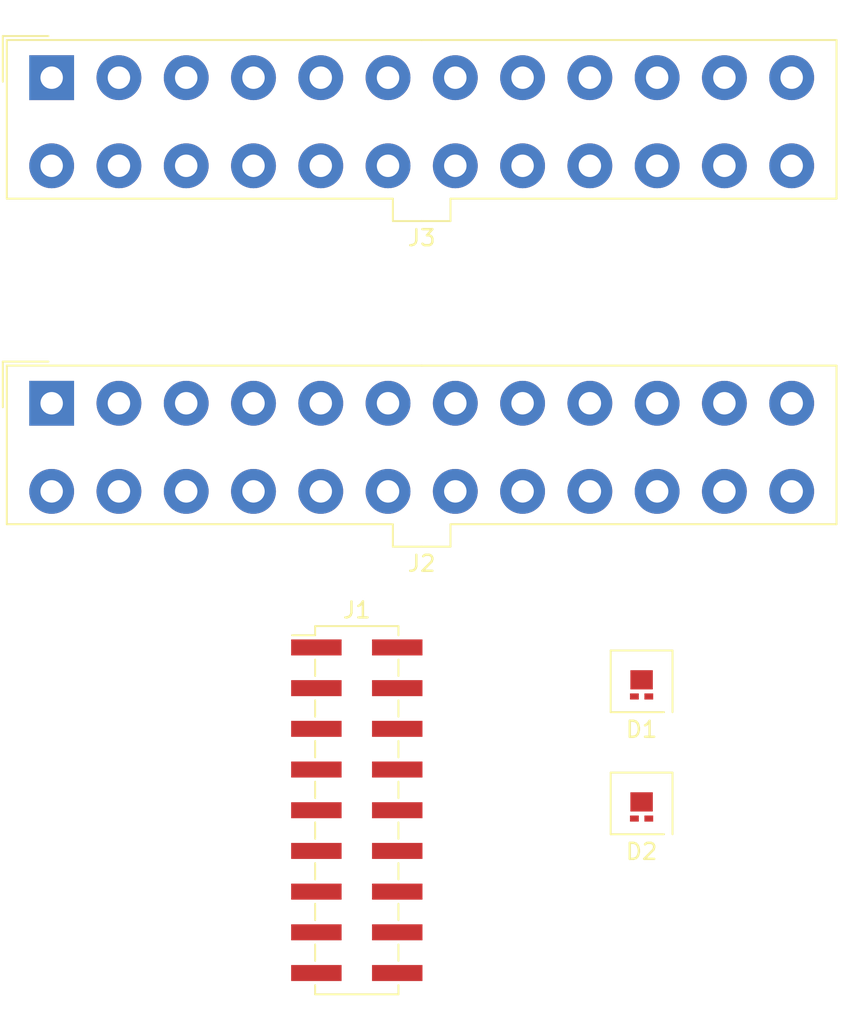
<source format=kicad_pcb>
(kicad_pcb (version 4) (host pcbnew 4.0.7-e0-6372~58~ubuntu16.10.1)

  (general
    (links 9)
    (no_connects 9)
    (area 62.614999 61.065 115.665001 125.325)
    (thickness 1.6)
    (drawings 0)
    (tracks 0)
    (zones 0)
    (modules 5)
    (nets 3)
  )

  (page A4)
  (layers
    (0 F.Cu signal)
    (31 B.Cu signal)
    (32 B.Adhes user)
    (33 F.Adhes user)
    (34 B.Paste user)
    (35 F.Paste user)
    (36 B.SilkS user)
    (37 F.SilkS user)
    (38 B.Mask user)
    (39 F.Mask user)
    (40 Dwgs.User user)
    (41 Cmts.User user)
    (42 Eco1.User user)
    (43 Eco2.User user)
    (44 Edge.Cuts user)
    (45 Margin user)
    (46 B.CrtYd user)
    (47 F.CrtYd user)
    (48 B.Fab user)
    (49 F.Fab user)
  )

  (setup
    (last_trace_width 0.25)
    (trace_clearance 0.2)
    (zone_clearance 0.508)
    (zone_45_only no)
    (trace_min 0.2)
    (segment_width 0.2)
    (edge_width 0.15)
    (via_size 0.6)
    (via_drill 0.4)
    (via_min_size 0.4)
    (via_min_drill 0.3)
    (uvia_size 0.3)
    (uvia_drill 0.1)
    (uvias_allowed no)
    (uvia_min_size 0.2)
    (uvia_min_drill 0.1)
    (pcb_text_width 0.3)
    (pcb_text_size 1.5 1.5)
    (mod_edge_width 0.15)
    (mod_text_size 1 1)
    (mod_text_width 0.15)
    (pad_size 1.524 1.524)
    (pad_drill 0.762)
    (pad_to_mask_clearance 0.2)
    (aux_axis_origin 0 0)
    (visible_elements FFFFFF7F)
    (pcbplotparams
      (layerselection 0x00030_80000001)
      (usegerberextensions false)
      (excludeedgelayer true)
      (linewidth 0.100000)
      (plotframeref false)
      (viasonmask false)
      (mode 1)
      (useauxorigin false)
      (hpglpennumber 1)
      (hpglpenspeed 20)
      (hpglpendiameter 15)
      (hpglpenoverlay 2)
      (psnegative false)
      (psa4output false)
      (plotreference true)
      (plotvalue true)
      (plotinvisibletext false)
      (padsonsilk false)
      (subtractmaskfromsilk false)
      (outputformat 1)
      (mirror false)
      (drillshape 1)
      (scaleselection 1)
      (outputdirectory ""))
  )

  (net 0 "")
  (net 1 "Net-(J1-Pad16)")
  (net 2 GND)

  (net_class Default "This is the default net class."
    (clearance 0.2)
    (trace_width 0.25)
    (via_dia 0.6)
    (via_drill 0.4)
    (uvia_dia 0.3)
    (uvia_drill 0.1)
    (add_net GND)
    (add_net "Net-(J1-Pad16)")
  )

  (module LEDs:LED-L1T2_LUMILEDS (layer F.Cu) (tedit 587A6FAC) (tstamp 5AE5D12C)
    (at 102.87 104.14)
    (descr http://www.lumileds.com/uploads/438/DS133-pdf)
    (tags "LUMILEDS LUXEON TX L1T2 LED")
    (path /5AE41F6A)
    (attr smd)
    (fp_text reference D1 (at 0 2.58) (layer F.SilkS)
      (effects (font (size 1 1) (thickness 0.15)))
    )
    (fp_text value LED (at 0 -3.42) (layer F.Fab)
      (effects (font (size 1 1) (thickness 0.15)))
    )
    (fp_line (start -1.8 -2.2) (end 1.8 -2.2) (layer F.Fab) (width 0.1))
    (fp_line (start -1.8 -2.2) (end -1.8 1.4) (layer F.Fab) (width 0.1))
    (fp_line (start -1.8 1.4) (end 1.8 1.4) (layer F.Fab) (width 0.1))
    (fp_line (start 1.8 1.4) (end 1.8 -2.2) (layer F.Fab) (width 0.1))
    (fp_line (start -2.25 1.83) (end -2.25 -2.67) (layer F.CrtYd) (width 0.05))
    (fp_line (start -2.25 -2.67) (end 2.25 -2.67) (layer F.CrtYd) (width 0.05))
    (fp_line (start 2.25 -2.67) (end 2.25 1.83) (layer F.CrtYd) (width 0.05))
    (fp_line (start 2.25 1.83) (end -2.25 1.83) (layer F.CrtYd) (width 0.05))
    (fp_line (start -1.93 1.5) (end -1.93 -2.35) (layer F.SilkS) (width 0.12))
    (fp_line (start -1.93 -2.35) (end 1.93 -2.35) (layer F.SilkS) (width 0.12))
    (fp_line (start 1.93 -2.35) (end 1.93 1.5) (layer F.SilkS) (width 0.12))
    (fp_line (start 1.4 1.5) (end -1.93 1.5) (layer F.SilkS) (width 0.12))
    (fp_circle (center 0 -0.42) (end 0 -2.07) (layer F.Fab) (width 0.1))
    (pad 1 smd rect (at 0.45 0.52) (size 0.55 0.38) (layers F.Cu F.Paste F.Mask))
    (pad 2 smd rect (at -0.45 0.52) (size 0.55 0.38) (layers F.Cu F.Paste F.Mask))
    (pad 3 smd rect (at 0 -0.52) (size 1.4 1.2) (layers F.Cu F.Paste F.Mask))
    (model ${KISYS3DMOD}/LEDs.3dshapes/LED-L1T2_LUMILEDS.wrl
      (at (xyz 0 0 0))
      (scale (xyz 1 1 1))
      (rotate (xyz 0 0 0))
    )
  )

  (module LEDs:LED-L1T2_LUMILEDS (layer F.Cu) (tedit 587A6FAC) (tstamp 5AE5D140)
    (at 102.87 111.76)
    (descr http://www.lumileds.com/uploads/438/DS133-pdf)
    (tags "LUMILEDS LUXEON TX L1T2 LED")
    (path /5AE420F3)
    (attr smd)
    (fp_text reference D2 (at 0 2.58) (layer F.SilkS)
      (effects (font (size 1 1) (thickness 0.15)))
    )
    (fp_text value LED (at 0 -3.42) (layer F.Fab)
      (effects (font (size 1 1) (thickness 0.15)))
    )
    (fp_line (start -1.8 -2.2) (end 1.8 -2.2) (layer F.Fab) (width 0.1))
    (fp_line (start -1.8 -2.2) (end -1.8 1.4) (layer F.Fab) (width 0.1))
    (fp_line (start -1.8 1.4) (end 1.8 1.4) (layer F.Fab) (width 0.1))
    (fp_line (start 1.8 1.4) (end 1.8 -2.2) (layer F.Fab) (width 0.1))
    (fp_line (start -2.25 1.83) (end -2.25 -2.67) (layer F.CrtYd) (width 0.05))
    (fp_line (start -2.25 -2.67) (end 2.25 -2.67) (layer F.CrtYd) (width 0.05))
    (fp_line (start 2.25 -2.67) (end 2.25 1.83) (layer F.CrtYd) (width 0.05))
    (fp_line (start 2.25 1.83) (end -2.25 1.83) (layer F.CrtYd) (width 0.05))
    (fp_line (start -1.93 1.5) (end -1.93 -2.35) (layer F.SilkS) (width 0.12))
    (fp_line (start -1.93 -2.35) (end 1.93 -2.35) (layer F.SilkS) (width 0.12))
    (fp_line (start 1.93 -2.35) (end 1.93 1.5) (layer F.SilkS) (width 0.12))
    (fp_line (start 1.4 1.5) (end -1.93 1.5) (layer F.SilkS) (width 0.12))
    (fp_circle (center 0 -0.42) (end 0 -2.07) (layer F.Fab) (width 0.1))
    (pad 1 smd rect (at 0.45 0.52) (size 0.55 0.38) (layers F.Cu F.Paste F.Mask))
    (pad 2 smd rect (at -0.45 0.52) (size 0.55 0.38) (layers F.Cu F.Paste F.Mask))
    (pad 3 smd rect (at 0 -0.52) (size 1.4 1.2) (layers F.Cu F.Paste F.Mask))
    (model ${KISYS3DMOD}/LEDs.3dshapes/LED-L1T2_LUMILEDS.wrl
      (at (xyz 0 0 0))
      (scale (xyz 1 1 1))
      (rotate (xyz 0 0 0))
    )
  )

  (module Pin_Headers:Pin_Header_Straight_2x09_Pitch2.54mm_SMD (layer F.Cu) (tedit 59650532) (tstamp 5AE5D1AD)
    (at 85.09 111.76)
    (descr "surface-mounted straight pin header, 2x09, 2.54mm pitch, double rows")
    (tags "Surface mounted pin header SMD 2x09 2.54mm double row")
    (path /5AE4218B)
    (attr smd)
    (fp_text reference J1 (at 0 -12.49) (layer F.SilkS)
      (effects (font (size 1 1) (thickness 0.15)))
    )
    (fp_text value CONN_02X09 (at 0 12.49) (layer F.Fab)
      (effects (font (size 1 1) (thickness 0.15)))
    )
    (fp_line (start 2.54 11.43) (end -2.54 11.43) (layer F.Fab) (width 0.1))
    (fp_line (start -1.59 -11.43) (end 2.54 -11.43) (layer F.Fab) (width 0.1))
    (fp_line (start -2.54 11.43) (end -2.54 -10.48) (layer F.Fab) (width 0.1))
    (fp_line (start -2.54 -10.48) (end -1.59 -11.43) (layer F.Fab) (width 0.1))
    (fp_line (start 2.54 -11.43) (end 2.54 11.43) (layer F.Fab) (width 0.1))
    (fp_line (start -2.54 -10.48) (end -3.6 -10.48) (layer F.Fab) (width 0.1))
    (fp_line (start -3.6 -10.48) (end -3.6 -9.84) (layer F.Fab) (width 0.1))
    (fp_line (start -3.6 -9.84) (end -2.54 -9.84) (layer F.Fab) (width 0.1))
    (fp_line (start 2.54 -10.48) (end 3.6 -10.48) (layer F.Fab) (width 0.1))
    (fp_line (start 3.6 -10.48) (end 3.6 -9.84) (layer F.Fab) (width 0.1))
    (fp_line (start 3.6 -9.84) (end 2.54 -9.84) (layer F.Fab) (width 0.1))
    (fp_line (start -2.54 -7.94) (end -3.6 -7.94) (layer F.Fab) (width 0.1))
    (fp_line (start -3.6 -7.94) (end -3.6 -7.3) (layer F.Fab) (width 0.1))
    (fp_line (start -3.6 -7.3) (end -2.54 -7.3) (layer F.Fab) (width 0.1))
    (fp_line (start 2.54 -7.94) (end 3.6 -7.94) (layer F.Fab) (width 0.1))
    (fp_line (start 3.6 -7.94) (end 3.6 -7.3) (layer F.Fab) (width 0.1))
    (fp_line (start 3.6 -7.3) (end 2.54 -7.3) (layer F.Fab) (width 0.1))
    (fp_line (start -2.54 -5.4) (end -3.6 -5.4) (layer F.Fab) (width 0.1))
    (fp_line (start -3.6 -5.4) (end -3.6 -4.76) (layer F.Fab) (width 0.1))
    (fp_line (start -3.6 -4.76) (end -2.54 -4.76) (layer F.Fab) (width 0.1))
    (fp_line (start 2.54 -5.4) (end 3.6 -5.4) (layer F.Fab) (width 0.1))
    (fp_line (start 3.6 -5.4) (end 3.6 -4.76) (layer F.Fab) (width 0.1))
    (fp_line (start 3.6 -4.76) (end 2.54 -4.76) (layer F.Fab) (width 0.1))
    (fp_line (start -2.54 -2.86) (end -3.6 -2.86) (layer F.Fab) (width 0.1))
    (fp_line (start -3.6 -2.86) (end -3.6 -2.22) (layer F.Fab) (width 0.1))
    (fp_line (start -3.6 -2.22) (end -2.54 -2.22) (layer F.Fab) (width 0.1))
    (fp_line (start 2.54 -2.86) (end 3.6 -2.86) (layer F.Fab) (width 0.1))
    (fp_line (start 3.6 -2.86) (end 3.6 -2.22) (layer F.Fab) (width 0.1))
    (fp_line (start 3.6 -2.22) (end 2.54 -2.22) (layer F.Fab) (width 0.1))
    (fp_line (start -2.54 -0.32) (end -3.6 -0.32) (layer F.Fab) (width 0.1))
    (fp_line (start -3.6 -0.32) (end -3.6 0.32) (layer F.Fab) (width 0.1))
    (fp_line (start -3.6 0.32) (end -2.54 0.32) (layer F.Fab) (width 0.1))
    (fp_line (start 2.54 -0.32) (end 3.6 -0.32) (layer F.Fab) (width 0.1))
    (fp_line (start 3.6 -0.32) (end 3.6 0.32) (layer F.Fab) (width 0.1))
    (fp_line (start 3.6 0.32) (end 2.54 0.32) (layer F.Fab) (width 0.1))
    (fp_line (start -2.54 2.22) (end -3.6 2.22) (layer F.Fab) (width 0.1))
    (fp_line (start -3.6 2.22) (end -3.6 2.86) (layer F.Fab) (width 0.1))
    (fp_line (start -3.6 2.86) (end -2.54 2.86) (layer F.Fab) (width 0.1))
    (fp_line (start 2.54 2.22) (end 3.6 2.22) (layer F.Fab) (width 0.1))
    (fp_line (start 3.6 2.22) (end 3.6 2.86) (layer F.Fab) (width 0.1))
    (fp_line (start 3.6 2.86) (end 2.54 2.86) (layer F.Fab) (width 0.1))
    (fp_line (start -2.54 4.76) (end -3.6 4.76) (layer F.Fab) (width 0.1))
    (fp_line (start -3.6 4.76) (end -3.6 5.4) (layer F.Fab) (width 0.1))
    (fp_line (start -3.6 5.4) (end -2.54 5.4) (layer F.Fab) (width 0.1))
    (fp_line (start 2.54 4.76) (end 3.6 4.76) (layer F.Fab) (width 0.1))
    (fp_line (start 3.6 4.76) (end 3.6 5.4) (layer F.Fab) (width 0.1))
    (fp_line (start 3.6 5.4) (end 2.54 5.4) (layer F.Fab) (width 0.1))
    (fp_line (start -2.54 7.3) (end -3.6 7.3) (layer F.Fab) (width 0.1))
    (fp_line (start -3.6 7.3) (end -3.6 7.94) (layer F.Fab) (width 0.1))
    (fp_line (start -3.6 7.94) (end -2.54 7.94) (layer F.Fab) (width 0.1))
    (fp_line (start 2.54 7.3) (end 3.6 7.3) (layer F.Fab) (width 0.1))
    (fp_line (start 3.6 7.3) (end 3.6 7.94) (layer F.Fab) (width 0.1))
    (fp_line (start 3.6 7.94) (end 2.54 7.94) (layer F.Fab) (width 0.1))
    (fp_line (start -2.54 9.84) (end -3.6 9.84) (layer F.Fab) (width 0.1))
    (fp_line (start -3.6 9.84) (end -3.6 10.48) (layer F.Fab) (width 0.1))
    (fp_line (start -3.6 10.48) (end -2.54 10.48) (layer F.Fab) (width 0.1))
    (fp_line (start 2.54 9.84) (end 3.6 9.84) (layer F.Fab) (width 0.1))
    (fp_line (start 3.6 9.84) (end 3.6 10.48) (layer F.Fab) (width 0.1))
    (fp_line (start 3.6 10.48) (end 2.54 10.48) (layer F.Fab) (width 0.1))
    (fp_line (start -2.6 -11.49) (end 2.6 -11.49) (layer F.SilkS) (width 0.12))
    (fp_line (start -2.6 11.49) (end 2.6 11.49) (layer F.SilkS) (width 0.12))
    (fp_line (start -4.04 -10.92) (end -2.6 -10.92) (layer F.SilkS) (width 0.12))
    (fp_line (start -2.6 -11.49) (end -2.6 -10.92) (layer F.SilkS) (width 0.12))
    (fp_line (start 2.6 -11.49) (end 2.6 -10.92) (layer F.SilkS) (width 0.12))
    (fp_line (start -2.6 10.92) (end -2.6 11.49) (layer F.SilkS) (width 0.12))
    (fp_line (start 2.6 10.92) (end 2.6 11.49) (layer F.SilkS) (width 0.12))
    (fp_line (start -2.6 -9.4) (end -2.6 -8.38) (layer F.SilkS) (width 0.12))
    (fp_line (start 2.6 -9.4) (end 2.6 -8.38) (layer F.SilkS) (width 0.12))
    (fp_line (start -2.6 -6.86) (end -2.6 -5.84) (layer F.SilkS) (width 0.12))
    (fp_line (start 2.6 -6.86) (end 2.6 -5.84) (layer F.SilkS) (width 0.12))
    (fp_line (start -2.6 -4.32) (end -2.6 -3.3) (layer F.SilkS) (width 0.12))
    (fp_line (start 2.6 -4.32) (end 2.6 -3.3) (layer F.SilkS) (width 0.12))
    (fp_line (start -2.6 -1.78) (end -2.6 -0.76) (layer F.SilkS) (width 0.12))
    (fp_line (start 2.6 -1.78) (end 2.6 -0.76) (layer F.SilkS) (width 0.12))
    (fp_line (start -2.6 0.76) (end -2.6 1.78) (layer F.SilkS) (width 0.12))
    (fp_line (start 2.6 0.76) (end 2.6 1.78) (layer F.SilkS) (width 0.12))
    (fp_line (start -2.6 3.3) (end -2.6 4.32) (layer F.SilkS) (width 0.12))
    (fp_line (start 2.6 3.3) (end 2.6 4.32) (layer F.SilkS) (width 0.12))
    (fp_line (start -2.6 5.84) (end -2.6 6.86) (layer F.SilkS) (width 0.12))
    (fp_line (start 2.6 5.84) (end 2.6 6.86) (layer F.SilkS) (width 0.12))
    (fp_line (start -2.6 8.38) (end -2.6 9.4) (layer F.SilkS) (width 0.12))
    (fp_line (start 2.6 8.38) (end 2.6 9.4) (layer F.SilkS) (width 0.12))
    (fp_line (start -5.9 -11.95) (end -5.9 11.95) (layer F.CrtYd) (width 0.05))
    (fp_line (start -5.9 11.95) (end 5.9 11.95) (layer F.CrtYd) (width 0.05))
    (fp_line (start 5.9 11.95) (end 5.9 -11.95) (layer F.CrtYd) (width 0.05))
    (fp_line (start 5.9 -11.95) (end -5.9 -11.95) (layer F.CrtYd) (width 0.05))
    (fp_text user %R (at 0 0 90) (layer F.Fab)
      (effects (font (size 1 1) (thickness 0.15)))
    )
    (pad 1 smd rect (at -2.525 -10.16) (size 3.15 1) (layers F.Cu F.Paste F.Mask))
    (pad 2 smd rect (at 2.525 -10.16) (size 3.15 1) (layers F.Cu F.Paste F.Mask))
    (pad 3 smd rect (at -2.525 -7.62) (size 3.15 1) (layers F.Cu F.Paste F.Mask))
    (pad 4 smd rect (at 2.525 -7.62) (size 3.15 1) (layers F.Cu F.Paste F.Mask))
    (pad 5 smd rect (at -2.525 -5.08) (size 3.15 1) (layers F.Cu F.Paste F.Mask))
    (pad 6 smd rect (at 2.525 -5.08) (size 3.15 1) (layers F.Cu F.Paste F.Mask))
    (pad 7 smd rect (at -2.525 -2.54) (size 3.15 1) (layers F.Cu F.Paste F.Mask))
    (pad 8 smd rect (at 2.525 -2.54) (size 3.15 1) (layers F.Cu F.Paste F.Mask))
    (pad 9 smd rect (at -2.525 0) (size 3.15 1) (layers F.Cu F.Paste F.Mask))
    (pad 10 smd rect (at 2.525 0) (size 3.15 1) (layers F.Cu F.Paste F.Mask))
    (pad 11 smd rect (at -2.525 2.54) (size 3.15 1) (layers F.Cu F.Paste F.Mask))
    (pad 12 smd rect (at 2.525 2.54) (size 3.15 1) (layers F.Cu F.Paste F.Mask))
    (pad 13 smd rect (at -2.525 5.08) (size 3.15 1) (layers F.Cu F.Paste F.Mask))
    (pad 14 smd rect (at 2.525 5.08) (size 3.15 1) (layers F.Cu F.Paste F.Mask))
    (pad 15 smd rect (at -2.525 7.62) (size 3.15 1) (layers F.Cu F.Paste F.Mask))
    (pad 16 smd rect (at 2.525 7.62) (size 3.15 1) (layers F.Cu F.Paste F.Mask)
      (net 1 "Net-(J1-Pad16)"))
    (pad 17 smd rect (at -2.525 10.16) (size 3.15 1) (layers F.Cu F.Paste F.Mask))
    (pad 18 smd rect (at 2.525 10.16) (size 3.15 1) (layers F.Cu F.Paste F.Mask))
    (model ${KISYS3DMOD}/Pin_Headers.3dshapes/Pin_Header_Straight_2x09_Pitch2.54mm_SMD.wrl
      (at (xyz 0 0 0))
      (scale (xyz 1 1 1))
      (rotate (xyz 0 0 0))
    )
  )

  (module Connectors_Molex:Molex_MiniFit-JR-5556-24A_2x12x4.20mm_Straight (layer F.Cu) (tedit 58A28952) (tstamp 5AE65038)
    (at 66.04 86.36)
    (descr "Molex Mini-Fit JR, PN:5556-24A, dual row, top entry type, through hole")
    (tags "connector molex mini-fit 5556")
    (path /5AE41ECE)
    (fp_text reference J2 (at 23.1 10) (layer F.SilkS)
      (effects (font (size 1 1) (thickness 0.15)))
    )
    (fp_text value ATX24 (at 23.1 -4) (layer F.Fab)
      (effects (font (size 1 1) (thickness 0.15)))
    )
    (fp_line (start -2.7 -2.25) (end -2.7 7.45) (layer F.Fab) (width 0.1))
    (fp_line (start -2.7 7.45) (end 48.9 7.45) (layer F.Fab) (width 0.1))
    (fp_line (start 48.9 7.45) (end 48.9 -2.25) (layer F.Fab) (width 0.1))
    (fp_line (start 48.9 -2.25) (end -2.7 -2.25) (layer F.Fab) (width 0.1))
    (fp_line (start 21.4 7.45) (end 21.4 8.85) (layer F.Fab) (width 0.1))
    (fp_line (start 21.4 8.85) (end 24.8 8.85) (layer F.Fab) (width 0.1))
    (fp_line (start 24.8 8.85) (end 24.8 7.45) (layer F.Fab) (width 0.1))
    (fp_line (start -1.75 -1.75) (end -1.75 1.75) (layer F.Fab) (width 0.1))
    (fp_line (start -1.75 1.75) (end 1.75 1.75) (layer F.Fab) (width 0.1))
    (fp_line (start 1.75 1.75) (end 1.75 -1.75) (layer F.Fab) (width 0.1))
    (fp_line (start 1.75 -1.75) (end -1.75 -1.75) (layer F.Fab) (width 0.1))
    (fp_line (start -1.75 7.25) (end -1.75 4.625) (layer F.Fab) (width 0.1))
    (fp_line (start -1.75 4.625) (end -0.875 3.75) (layer F.Fab) (width 0.1))
    (fp_line (start -0.875 3.75) (end 0.875 3.75) (layer F.Fab) (width 0.1))
    (fp_line (start 0.875 3.75) (end 1.75 4.625) (layer F.Fab) (width 0.1))
    (fp_line (start 1.75 4.625) (end 1.75 7.25) (layer F.Fab) (width 0.1))
    (fp_line (start 1.75 7.25) (end -1.75 7.25) (layer F.Fab) (width 0.1))
    (fp_line (start 2.45 3.75) (end 2.45 7.25) (layer F.Fab) (width 0.1))
    (fp_line (start 2.45 7.25) (end 5.95 7.25) (layer F.Fab) (width 0.1))
    (fp_line (start 5.95 7.25) (end 5.95 3.75) (layer F.Fab) (width 0.1))
    (fp_line (start 5.95 3.75) (end 2.45 3.75) (layer F.Fab) (width 0.1))
    (fp_line (start 2.45 1.75) (end 2.45 -0.875) (layer F.Fab) (width 0.1))
    (fp_line (start 2.45 -0.875) (end 3.325 -1.75) (layer F.Fab) (width 0.1))
    (fp_line (start 3.325 -1.75) (end 5.075 -1.75) (layer F.Fab) (width 0.1))
    (fp_line (start 5.075 -1.75) (end 5.95 -0.875) (layer F.Fab) (width 0.1))
    (fp_line (start 5.95 -0.875) (end 5.95 1.75) (layer F.Fab) (width 0.1))
    (fp_line (start 5.95 1.75) (end 2.45 1.75) (layer F.Fab) (width 0.1))
    (fp_line (start 6.65 3.75) (end 6.65 7.25) (layer F.Fab) (width 0.1))
    (fp_line (start 6.65 7.25) (end 10.15 7.25) (layer F.Fab) (width 0.1))
    (fp_line (start 10.15 7.25) (end 10.15 3.75) (layer F.Fab) (width 0.1))
    (fp_line (start 10.15 3.75) (end 6.65 3.75) (layer F.Fab) (width 0.1))
    (fp_line (start 6.65 1.75) (end 6.65 -0.875) (layer F.Fab) (width 0.1))
    (fp_line (start 6.65 -0.875) (end 7.525 -1.75) (layer F.Fab) (width 0.1))
    (fp_line (start 7.525 -1.75) (end 9.275 -1.75) (layer F.Fab) (width 0.1))
    (fp_line (start 9.275 -1.75) (end 10.15 -0.875) (layer F.Fab) (width 0.1))
    (fp_line (start 10.15 -0.875) (end 10.15 1.75) (layer F.Fab) (width 0.1))
    (fp_line (start 10.15 1.75) (end 6.65 1.75) (layer F.Fab) (width 0.1))
    (fp_line (start 10.85 -1.75) (end 10.85 1.75) (layer F.Fab) (width 0.1))
    (fp_line (start 10.85 1.75) (end 14.35 1.75) (layer F.Fab) (width 0.1))
    (fp_line (start 14.35 1.75) (end 14.35 -1.75) (layer F.Fab) (width 0.1))
    (fp_line (start 14.35 -1.75) (end 10.85 -1.75) (layer F.Fab) (width 0.1))
    (fp_line (start 10.85 7.25) (end 10.85 4.625) (layer F.Fab) (width 0.1))
    (fp_line (start 10.85 4.625) (end 11.725 3.75) (layer F.Fab) (width 0.1))
    (fp_line (start 11.725 3.75) (end 13.475 3.75) (layer F.Fab) (width 0.1))
    (fp_line (start 13.475 3.75) (end 14.35 4.625) (layer F.Fab) (width 0.1))
    (fp_line (start 14.35 4.625) (end 14.35 7.25) (layer F.Fab) (width 0.1))
    (fp_line (start 14.35 7.25) (end 10.85 7.25) (layer F.Fab) (width 0.1))
    (fp_line (start 15.05 -1.75) (end 15.05 1.75) (layer F.Fab) (width 0.1))
    (fp_line (start 15.05 1.75) (end 18.55 1.75) (layer F.Fab) (width 0.1))
    (fp_line (start 18.55 1.75) (end 18.55 -1.75) (layer F.Fab) (width 0.1))
    (fp_line (start 18.55 -1.75) (end 15.05 -1.75) (layer F.Fab) (width 0.1))
    (fp_line (start 15.05 7.25) (end 15.05 4.625) (layer F.Fab) (width 0.1))
    (fp_line (start 15.05 4.625) (end 15.925 3.75) (layer F.Fab) (width 0.1))
    (fp_line (start 15.925 3.75) (end 17.675 3.75) (layer F.Fab) (width 0.1))
    (fp_line (start 17.675 3.75) (end 18.55 4.625) (layer F.Fab) (width 0.1))
    (fp_line (start 18.55 4.625) (end 18.55 7.25) (layer F.Fab) (width 0.1))
    (fp_line (start 18.55 7.25) (end 15.05 7.25) (layer F.Fab) (width 0.1))
    (fp_line (start 19.25 3.75) (end 19.25 7.25) (layer F.Fab) (width 0.1))
    (fp_line (start 19.25 7.25) (end 22.75 7.25) (layer F.Fab) (width 0.1))
    (fp_line (start 22.75 7.25) (end 22.75 3.75) (layer F.Fab) (width 0.1))
    (fp_line (start 22.75 3.75) (end 19.25 3.75) (layer F.Fab) (width 0.1))
    (fp_line (start 19.25 1.75) (end 19.25 -0.875) (layer F.Fab) (width 0.1))
    (fp_line (start 19.25 -0.875) (end 20.125 -1.75) (layer F.Fab) (width 0.1))
    (fp_line (start 20.125 -1.75) (end 21.875 -1.75) (layer F.Fab) (width 0.1))
    (fp_line (start 21.875 -1.75) (end 22.75 -0.875) (layer F.Fab) (width 0.1))
    (fp_line (start 22.75 -0.875) (end 22.75 1.75) (layer F.Fab) (width 0.1))
    (fp_line (start 22.75 1.75) (end 19.25 1.75) (layer F.Fab) (width 0.1))
    (fp_line (start 23.45 3.75) (end 23.45 7.25) (layer F.Fab) (width 0.1))
    (fp_line (start 23.45 7.25) (end 26.95 7.25) (layer F.Fab) (width 0.1))
    (fp_line (start 26.95 7.25) (end 26.95 3.75) (layer F.Fab) (width 0.1))
    (fp_line (start 26.95 3.75) (end 23.45 3.75) (layer F.Fab) (width 0.1))
    (fp_line (start 23.45 1.75) (end 23.45 -0.875) (layer F.Fab) (width 0.1))
    (fp_line (start 23.45 -0.875) (end 24.325 -1.75) (layer F.Fab) (width 0.1))
    (fp_line (start 24.325 -1.75) (end 26.075 -1.75) (layer F.Fab) (width 0.1))
    (fp_line (start 26.075 -1.75) (end 26.95 -0.875) (layer F.Fab) (width 0.1))
    (fp_line (start 26.95 -0.875) (end 26.95 1.75) (layer F.Fab) (width 0.1))
    (fp_line (start 26.95 1.75) (end 23.45 1.75) (layer F.Fab) (width 0.1))
    (fp_line (start 27.65 -1.75) (end 27.65 1.75) (layer F.Fab) (width 0.1))
    (fp_line (start 27.65 1.75) (end 31.15 1.75) (layer F.Fab) (width 0.1))
    (fp_line (start 31.15 1.75) (end 31.15 -1.75) (layer F.Fab) (width 0.1))
    (fp_line (start 31.15 -1.75) (end 27.65 -1.75) (layer F.Fab) (width 0.1))
    (fp_line (start 27.65 7.25) (end 27.65 4.625) (layer F.Fab) (width 0.1))
    (fp_line (start 27.65 4.625) (end 28.525 3.75) (layer F.Fab) (width 0.1))
    (fp_line (start 28.525 3.75) (end 30.275 3.75) (layer F.Fab) (width 0.1))
    (fp_line (start 30.275 3.75) (end 31.15 4.625) (layer F.Fab) (width 0.1))
    (fp_line (start 31.15 4.625) (end 31.15 7.25) (layer F.Fab) (width 0.1))
    (fp_line (start 31.15 7.25) (end 27.65 7.25) (layer F.Fab) (width 0.1))
    (fp_line (start 31.85 -1.75) (end 31.85 1.75) (layer F.Fab) (width 0.1))
    (fp_line (start 31.85 1.75) (end 35.35 1.75) (layer F.Fab) (width 0.1))
    (fp_line (start 35.35 1.75) (end 35.35 -1.75) (layer F.Fab) (width 0.1))
    (fp_line (start 35.35 -1.75) (end 31.85 -1.75) (layer F.Fab) (width 0.1))
    (fp_line (start 31.85 7.25) (end 31.85 4.625) (layer F.Fab) (width 0.1))
    (fp_line (start 31.85 4.625) (end 32.725 3.75) (layer F.Fab) (width 0.1))
    (fp_line (start 32.725 3.75) (end 34.475 3.75) (layer F.Fab) (width 0.1))
    (fp_line (start 34.475 3.75) (end 35.35 4.625) (layer F.Fab) (width 0.1))
    (fp_line (start 35.35 4.625) (end 35.35 7.25) (layer F.Fab) (width 0.1))
    (fp_line (start 35.35 7.25) (end 31.85 7.25) (layer F.Fab) (width 0.1))
    (fp_line (start 36.05 3.75) (end 36.05 7.25) (layer F.Fab) (width 0.1))
    (fp_line (start 36.05 7.25) (end 39.55 7.25) (layer F.Fab) (width 0.1))
    (fp_line (start 39.55 7.25) (end 39.55 3.75) (layer F.Fab) (width 0.1))
    (fp_line (start 39.55 3.75) (end 36.05 3.75) (layer F.Fab) (width 0.1))
    (fp_line (start 36.05 1.75) (end 36.05 -0.875) (layer F.Fab) (width 0.1))
    (fp_line (start 36.05 -0.875) (end 36.925 -1.75) (layer F.Fab) (width 0.1))
    (fp_line (start 36.925 -1.75) (end 38.675 -1.75) (layer F.Fab) (width 0.1))
    (fp_line (start 38.675 -1.75) (end 39.55 -0.875) (layer F.Fab) (width 0.1))
    (fp_line (start 39.55 -0.875) (end 39.55 1.75) (layer F.Fab) (width 0.1))
    (fp_line (start 39.55 1.75) (end 36.05 1.75) (layer F.Fab) (width 0.1))
    (fp_line (start 40.25 3.75) (end 40.25 7.25) (layer F.Fab) (width 0.1))
    (fp_line (start 40.25 7.25) (end 43.75 7.25) (layer F.Fab) (width 0.1))
    (fp_line (start 43.75 7.25) (end 43.75 3.75) (layer F.Fab) (width 0.1))
    (fp_line (start 43.75 3.75) (end 40.25 3.75) (layer F.Fab) (width 0.1))
    (fp_line (start 40.25 1.75) (end 40.25 -0.875) (layer F.Fab) (width 0.1))
    (fp_line (start 40.25 -0.875) (end 41.125 -1.75) (layer F.Fab) (width 0.1))
    (fp_line (start 41.125 -1.75) (end 42.875 -1.75) (layer F.Fab) (width 0.1))
    (fp_line (start 42.875 -1.75) (end 43.75 -0.875) (layer F.Fab) (width 0.1))
    (fp_line (start 43.75 -0.875) (end 43.75 1.75) (layer F.Fab) (width 0.1))
    (fp_line (start 43.75 1.75) (end 40.25 1.75) (layer F.Fab) (width 0.1))
    (fp_line (start 44.45 -1.75) (end 44.45 1.75) (layer F.Fab) (width 0.1))
    (fp_line (start 44.45 1.75) (end 47.95 1.75) (layer F.Fab) (width 0.1))
    (fp_line (start 47.95 1.75) (end 47.95 -1.75) (layer F.Fab) (width 0.1))
    (fp_line (start 47.95 -1.75) (end 44.45 -1.75) (layer F.Fab) (width 0.1))
    (fp_line (start 44.45 7.25) (end 44.45 4.625) (layer F.Fab) (width 0.1))
    (fp_line (start 44.45 4.625) (end 45.325 3.75) (layer F.Fab) (width 0.1))
    (fp_line (start 45.325 3.75) (end 47.075 3.75) (layer F.Fab) (width 0.1))
    (fp_line (start 47.075 3.75) (end 47.95 4.625) (layer F.Fab) (width 0.1))
    (fp_line (start 47.95 4.625) (end 47.95 7.25) (layer F.Fab) (width 0.1))
    (fp_line (start 47.95 7.25) (end 44.45 7.25) (layer F.Fab) (width 0.1))
    (fp_line (start 23.1 -2.35) (end -2.8 -2.35) (layer F.SilkS) (width 0.12))
    (fp_line (start -2.8 -2.35) (end -2.8 7.55) (layer F.SilkS) (width 0.12))
    (fp_line (start -2.8 7.55) (end 21.3 7.55) (layer F.SilkS) (width 0.12))
    (fp_line (start 21.3 7.55) (end 21.3 8.95) (layer F.SilkS) (width 0.12))
    (fp_line (start 21.3 8.95) (end 23.1 8.95) (layer F.SilkS) (width 0.12))
    (fp_line (start 23.1 -2.35) (end 49 -2.35) (layer F.SilkS) (width 0.12))
    (fp_line (start 49 -2.35) (end 49 7.55) (layer F.SilkS) (width 0.12))
    (fp_line (start 49 7.55) (end 24.9 7.55) (layer F.SilkS) (width 0.12))
    (fp_line (start 24.9 7.55) (end 24.9 8.95) (layer F.SilkS) (width 0.12))
    (fp_line (start 24.9 8.95) (end 23.1 8.95) (layer F.SilkS) (width 0.12))
    (fp_line (start -0.2 -2.6) (end -3.05 -2.6) (layer F.SilkS) (width 0.12))
    (fp_line (start -3.05 -2.6) (end -3.05 0.25) (layer F.SilkS) (width 0.12))
    (fp_line (start -0.2 -2.6) (end -3.05 -2.6) (layer F.Fab) (width 0.1))
    (fp_line (start -3.05 -2.6) (end -3.05 0.25) (layer F.Fab) (width 0.1))
    (fp_line (start -3.2 -2.75) (end -3.2 9.3) (layer F.CrtYd) (width 0.05))
    (fp_line (start -3.2 9.3) (end 49.4 9.3) (layer F.CrtYd) (width 0.05))
    (fp_line (start 49.4 9.3) (end 49.4 -2.75) (layer F.CrtYd) (width 0.05))
    (fp_line (start 49.4 -2.75) (end -3.2 -2.75) (layer F.CrtYd) (width 0.05))
    (fp_text user %R (at 23.1 3) (layer F.Fab)
      (effects (font (size 1 1) (thickness 0.15)))
    )
    (pad 1 thru_hole rect (at 0 0) (size 2.8 2.8) (drill 1.4) (layers *.Cu *.Mask)
      (net 1 "Net-(J1-Pad16)"))
    (pad 2 thru_hole circle (at 4.2 0) (size 2.8 2.8) (drill 1.4) (layers *.Cu *.Mask))
    (pad 3 thru_hole circle (at 8.4 0) (size 2.8 2.8) (drill 1.4) (layers *.Cu *.Mask)
      (net 2 GND))
    (pad 4 thru_hole circle (at 12.6 0) (size 2.8 2.8) (drill 1.4) (layers *.Cu *.Mask))
    (pad 5 thru_hole circle (at 16.8 0) (size 2.8 2.8) (drill 1.4) (layers *.Cu *.Mask)
      (net 2 GND))
    (pad 6 thru_hole circle (at 21 0) (size 2.8 2.8) (drill 1.4) (layers *.Cu *.Mask))
    (pad 7 thru_hole circle (at 25.2 0) (size 2.8 2.8) (drill 1.4) (layers *.Cu *.Mask)
      (net 2 GND))
    (pad 8 thru_hole circle (at 29.4 0) (size 2.8 2.8) (drill 1.4) (layers *.Cu *.Mask))
    (pad 9 thru_hole circle (at 33.6 0) (size 2.8 2.8) (drill 1.4) (layers *.Cu *.Mask))
    (pad 10 thru_hole circle (at 37.8 0) (size 2.8 2.8) (drill 1.4) (layers *.Cu *.Mask))
    (pad 11 thru_hole circle (at 42 0) (size 2.8 2.8) (drill 1.4) (layers *.Cu *.Mask))
    (pad 12 thru_hole circle (at 46.2 0) (size 2.8 2.8) (drill 1.4) (layers *.Cu *.Mask))
    (pad 13 thru_hole circle (at 0 5.5) (size 2.8 2.8) (drill 1.4) (layers *.Cu *.Mask))
    (pad 14 thru_hole circle (at 4.2 5.5) (size 2.8 2.8) (drill 1.4) (layers *.Cu *.Mask))
    (pad 15 thru_hole circle (at 8.4 5.5) (size 2.8 2.8) (drill 1.4) (layers *.Cu *.Mask)
      (net 2 GND))
    (pad 16 thru_hole circle (at 12.6 5.5) (size 2.8 2.8) (drill 1.4) (layers *.Cu *.Mask))
    (pad 17 thru_hole circle (at 16.8 5.5) (size 2.8 2.8) (drill 1.4) (layers *.Cu *.Mask)
      (net 2 GND))
    (pad 18 thru_hole circle (at 21 5.5) (size 2.8 2.8) (drill 1.4) (layers *.Cu *.Mask)
      (net 2 GND))
    (pad 19 thru_hole circle (at 25.2 5.5) (size 2.8 2.8) (drill 1.4) (layers *.Cu *.Mask)
      (net 2 GND))
    (pad 20 thru_hole circle (at 29.4 5.5) (size 2.8 2.8) (drill 1.4) (layers *.Cu *.Mask))
    (pad 21 thru_hole circle (at 33.6 5.5) (size 2.8 2.8) (drill 1.4) (layers *.Cu *.Mask))
    (pad 22 thru_hole circle (at 37.8 5.5) (size 2.8 2.8) (drill 1.4) (layers *.Cu *.Mask))
    (pad 23 thru_hole circle (at 42 5.5) (size 2.8 2.8) (drill 1.4) (layers *.Cu *.Mask))
    (pad 24 thru_hole circle (at 46.2 5.5) (size 2.8 2.8) (drill 1.4) (layers *.Cu *.Mask)
      (net 2 GND))
    (model ${KISYS3DMOD}/Connectors_Molex.3dshapes/Molex_MiniFit-JR-5556-24A_2x12x4.20mm_Straight.wrl
      (at (xyz 0 0 0))
      (scale (xyz 1 1 1))
      (rotate (xyz 0 0 0))
    )
  )

  (module Connectors_Molex:Molex_MiniFit-JR-5556-24A_2x12x4.20mm_Straight (layer F.Cu) (tedit 58A28952) (tstamp 5AE65054)
    (at 66.04 66.04)
    (descr "Molex Mini-Fit JR, PN:5556-24A, dual row, top entry type, through hole")
    (tags "connector molex mini-fit 5556")
    (path /5AE5E4F5)
    (fp_text reference J3 (at 23.1 10) (layer F.SilkS)
      (effects (font (size 1 1) (thickness 0.15)))
    )
    (fp_text value ATX_24PIN (at 23.1 -4) (layer F.Fab)
      (effects (font (size 1 1) (thickness 0.15)))
    )
    (fp_line (start -2.7 -2.25) (end -2.7 7.45) (layer F.Fab) (width 0.1))
    (fp_line (start -2.7 7.45) (end 48.9 7.45) (layer F.Fab) (width 0.1))
    (fp_line (start 48.9 7.45) (end 48.9 -2.25) (layer F.Fab) (width 0.1))
    (fp_line (start 48.9 -2.25) (end -2.7 -2.25) (layer F.Fab) (width 0.1))
    (fp_line (start 21.4 7.45) (end 21.4 8.85) (layer F.Fab) (width 0.1))
    (fp_line (start 21.4 8.85) (end 24.8 8.85) (layer F.Fab) (width 0.1))
    (fp_line (start 24.8 8.85) (end 24.8 7.45) (layer F.Fab) (width 0.1))
    (fp_line (start -1.75 -1.75) (end -1.75 1.75) (layer F.Fab) (width 0.1))
    (fp_line (start -1.75 1.75) (end 1.75 1.75) (layer F.Fab) (width 0.1))
    (fp_line (start 1.75 1.75) (end 1.75 -1.75) (layer F.Fab) (width 0.1))
    (fp_line (start 1.75 -1.75) (end -1.75 -1.75) (layer F.Fab) (width 0.1))
    (fp_line (start -1.75 7.25) (end -1.75 4.625) (layer F.Fab) (width 0.1))
    (fp_line (start -1.75 4.625) (end -0.875 3.75) (layer F.Fab) (width 0.1))
    (fp_line (start -0.875 3.75) (end 0.875 3.75) (layer F.Fab) (width 0.1))
    (fp_line (start 0.875 3.75) (end 1.75 4.625) (layer F.Fab) (width 0.1))
    (fp_line (start 1.75 4.625) (end 1.75 7.25) (layer F.Fab) (width 0.1))
    (fp_line (start 1.75 7.25) (end -1.75 7.25) (layer F.Fab) (width 0.1))
    (fp_line (start 2.45 3.75) (end 2.45 7.25) (layer F.Fab) (width 0.1))
    (fp_line (start 2.45 7.25) (end 5.95 7.25) (layer F.Fab) (width 0.1))
    (fp_line (start 5.95 7.25) (end 5.95 3.75) (layer F.Fab) (width 0.1))
    (fp_line (start 5.95 3.75) (end 2.45 3.75) (layer F.Fab) (width 0.1))
    (fp_line (start 2.45 1.75) (end 2.45 -0.875) (layer F.Fab) (width 0.1))
    (fp_line (start 2.45 -0.875) (end 3.325 -1.75) (layer F.Fab) (width 0.1))
    (fp_line (start 3.325 -1.75) (end 5.075 -1.75) (layer F.Fab) (width 0.1))
    (fp_line (start 5.075 -1.75) (end 5.95 -0.875) (layer F.Fab) (width 0.1))
    (fp_line (start 5.95 -0.875) (end 5.95 1.75) (layer F.Fab) (width 0.1))
    (fp_line (start 5.95 1.75) (end 2.45 1.75) (layer F.Fab) (width 0.1))
    (fp_line (start 6.65 3.75) (end 6.65 7.25) (layer F.Fab) (width 0.1))
    (fp_line (start 6.65 7.25) (end 10.15 7.25) (layer F.Fab) (width 0.1))
    (fp_line (start 10.15 7.25) (end 10.15 3.75) (layer F.Fab) (width 0.1))
    (fp_line (start 10.15 3.75) (end 6.65 3.75) (layer F.Fab) (width 0.1))
    (fp_line (start 6.65 1.75) (end 6.65 -0.875) (layer F.Fab) (width 0.1))
    (fp_line (start 6.65 -0.875) (end 7.525 -1.75) (layer F.Fab) (width 0.1))
    (fp_line (start 7.525 -1.75) (end 9.275 -1.75) (layer F.Fab) (width 0.1))
    (fp_line (start 9.275 -1.75) (end 10.15 -0.875) (layer F.Fab) (width 0.1))
    (fp_line (start 10.15 -0.875) (end 10.15 1.75) (layer F.Fab) (width 0.1))
    (fp_line (start 10.15 1.75) (end 6.65 1.75) (layer F.Fab) (width 0.1))
    (fp_line (start 10.85 -1.75) (end 10.85 1.75) (layer F.Fab) (width 0.1))
    (fp_line (start 10.85 1.75) (end 14.35 1.75) (layer F.Fab) (width 0.1))
    (fp_line (start 14.35 1.75) (end 14.35 -1.75) (layer F.Fab) (width 0.1))
    (fp_line (start 14.35 -1.75) (end 10.85 -1.75) (layer F.Fab) (width 0.1))
    (fp_line (start 10.85 7.25) (end 10.85 4.625) (layer F.Fab) (width 0.1))
    (fp_line (start 10.85 4.625) (end 11.725 3.75) (layer F.Fab) (width 0.1))
    (fp_line (start 11.725 3.75) (end 13.475 3.75) (layer F.Fab) (width 0.1))
    (fp_line (start 13.475 3.75) (end 14.35 4.625) (layer F.Fab) (width 0.1))
    (fp_line (start 14.35 4.625) (end 14.35 7.25) (layer F.Fab) (width 0.1))
    (fp_line (start 14.35 7.25) (end 10.85 7.25) (layer F.Fab) (width 0.1))
    (fp_line (start 15.05 -1.75) (end 15.05 1.75) (layer F.Fab) (width 0.1))
    (fp_line (start 15.05 1.75) (end 18.55 1.75) (layer F.Fab) (width 0.1))
    (fp_line (start 18.55 1.75) (end 18.55 -1.75) (layer F.Fab) (width 0.1))
    (fp_line (start 18.55 -1.75) (end 15.05 -1.75) (layer F.Fab) (width 0.1))
    (fp_line (start 15.05 7.25) (end 15.05 4.625) (layer F.Fab) (width 0.1))
    (fp_line (start 15.05 4.625) (end 15.925 3.75) (layer F.Fab) (width 0.1))
    (fp_line (start 15.925 3.75) (end 17.675 3.75) (layer F.Fab) (width 0.1))
    (fp_line (start 17.675 3.75) (end 18.55 4.625) (layer F.Fab) (width 0.1))
    (fp_line (start 18.55 4.625) (end 18.55 7.25) (layer F.Fab) (width 0.1))
    (fp_line (start 18.55 7.25) (end 15.05 7.25) (layer F.Fab) (width 0.1))
    (fp_line (start 19.25 3.75) (end 19.25 7.25) (layer F.Fab) (width 0.1))
    (fp_line (start 19.25 7.25) (end 22.75 7.25) (layer F.Fab) (width 0.1))
    (fp_line (start 22.75 7.25) (end 22.75 3.75) (layer F.Fab) (width 0.1))
    (fp_line (start 22.75 3.75) (end 19.25 3.75) (layer F.Fab) (width 0.1))
    (fp_line (start 19.25 1.75) (end 19.25 -0.875) (layer F.Fab) (width 0.1))
    (fp_line (start 19.25 -0.875) (end 20.125 -1.75) (layer F.Fab) (width 0.1))
    (fp_line (start 20.125 -1.75) (end 21.875 -1.75) (layer F.Fab) (width 0.1))
    (fp_line (start 21.875 -1.75) (end 22.75 -0.875) (layer F.Fab) (width 0.1))
    (fp_line (start 22.75 -0.875) (end 22.75 1.75) (layer F.Fab) (width 0.1))
    (fp_line (start 22.75 1.75) (end 19.25 1.75) (layer F.Fab) (width 0.1))
    (fp_line (start 23.45 3.75) (end 23.45 7.25) (layer F.Fab) (width 0.1))
    (fp_line (start 23.45 7.25) (end 26.95 7.25) (layer F.Fab) (width 0.1))
    (fp_line (start 26.95 7.25) (end 26.95 3.75) (layer F.Fab) (width 0.1))
    (fp_line (start 26.95 3.75) (end 23.45 3.75) (layer F.Fab) (width 0.1))
    (fp_line (start 23.45 1.75) (end 23.45 -0.875) (layer F.Fab) (width 0.1))
    (fp_line (start 23.45 -0.875) (end 24.325 -1.75) (layer F.Fab) (width 0.1))
    (fp_line (start 24.325 -1.75) (end 26.075 -1.75) (layer F.Fab) (width 0.1))
    (fp_line (start 26.075 -1.75) (end 26.95 -0.875) (layer F.Fab) (width 0.1))
    (fp_line (start 26.95 -0.875) (end 26.95 1.75) (layer F.Fab) (width 0.1))
    (fp_line (start 26.95 1.75) (end 23.45 1.75) (layer F.Fab) (width 0.1))
    (fp_line (start 27.65 -1.75) (end 27.65 1.75) (layer F.Fab) (width 0.1))
    (fp_line (start 27.65 1.75) (end 31.15 1.75) (layer F.Fab) (width 0.1))
    (fp_line (start 31.15 1.75) (end 31.15 -1.75) (layer F.Fab) (width 0.1))
    (fp_line (start 31.15 -1.75) (end 27.65 -1.75) (layer F.Fab) (width 0.1))
    (fp_line (start 27.65 7.25) (end 27.65 4.625) (layer F.Fab) (width 0.1))
    (fp_line (start 27.65 4.625) (end 28.525 3.75) (layer F.Fab) (width 0.1))
    (fp_line (start 28.525 3.75) (end 30.275 3.75) (layer F.Fab) (width 0.1))
    (fp_line (start 30.275 3.75) (end 31.15 4.625) (layer F.Fab) (width 0.1))
    (fp_line (start 31.15 4.625) (end 31.15 7.25) (layer F.Fab) (width 0.1))
    (fp_line (start 31.15 7.25) (end 27.65 7.25) (layer F.Fab) (width 0.1))
    (fp_line (start 31.85 -1.75) (end 31.85 1.75) (layer F.Fab) (width 0.1))
    (fp_line (start 31.85 1.75) (end 35.35 1.75) (layer F.Fab) (width 0.1))
    (fp_line (start 35.35 1.75) (end 35.35 -1.75) (layer F.Fab) (width 0.1))
    (fp_line (start 35.35 -1.75) (end 31.85 -1.75) (layer F.Fab) (width 0.1))
    (fp_line (start 31.85 7.25) (end 31.85 4.625) (layer F.Fab) (width 0.1))
    (fp_line (start 31.85 4.625) (end 32.725 3.75) (layer F.Fab) (width 0.1))
    (fp_line (start 32.725 3.75) (end 34.475 3.75) (layer F.Fab) (width 0.1))
    (fp_line (start 34.475 3.75) (end 35.35 4.625) (layer F.Fab) (width 0.1))
    (fp_line (start 35.35 4.625) (end 35.35 7.25) (layer F.Fab) (width 0.1))
    (fp_line (start 35.35 7.25) (end 31.85 7.25) (layer F.Fab) (width 0.1))
    (fp_line (start 36.05 3.75) (end 36.05 7.25) (layer F.Fab) (width 0.1))
    (fp_line (start 36.05 7.25) (end 39.55 7.25) (layer F.Fab) (width 0.1))
    (fp_line (start 39.55 7.25) (end 39.55 3.75) (layer F.Fab) (width 0.1))
    (fp_line (start 39.55 3.75) (end 36.05 3.75) (layer F.Fab) (width 0.1))
    (fp_line (start 36.05 1.75) (end 36.05 -0.875) (layer F.Fab) (width 0.1))
    (fp_line (start 36.05 -0.875) (end 36.925 -1.75) (layer F.Fab) (width 0.1))
    (fp_line (start 36.925 -1.75) (end 38.675 -1.75) (layer F.Fab) (width 0.1))
    (fp_line (start 38.675 -1.75) (end 39.55 -0.875) (layer F.Fab) (width 0.1))
    (fp_line (start 39.55 -0.875) (end 39.55 1.75) (layer F.Fab) (width 0.1))
    (fp_line (start 39.55 1.75) (end 36.05 1.75) (layer F.Fab) (width 0.1))
    (fp_line (start 40.25 3.75) (end 40.25 7.25) (layer F.Fab) (width 0.1))
    (fp_line (start 40.25 7.25) (end 43.75 7.25) (layer F.Fab) (width 0.1))
    (fp_line (start 43.75 7.25) (end 43.75 3.75) (layer F.Fab) (width 0.1))
    (fp_line (start 43.75 3.75) (end 40.25 3.75) (layer F.Fab) (width 0.1))
    (fp_line (start 40.25 1.75) (end 40.25 -0.875) (layer F.Fab) (width 0.1))
    (fp_line (start 40.25 -0.875) (end 41.125 -1.75) (layer F.Fab) (width 0.1))
    (fp_line (start 41.125 -1.75) (end 42.875 -1.75) (layer F.Fab) (width 0.1))
    (fp_line (start 42.875 -1.75) (end 43.75 -0.875) (layer F.Fab) (width 0.1))
    (fp_line (start 43.75 -0.875) (end 43.75 1.75) (layer F.Fab) (width 0.1))
    (fp_line (start 43.75 1.75) (end 40.25 1.75) (layer F.Fab) (width 0.1))
    (fp_line (start 44.45 -1.75) (end 44.45 1.75) (layer F.Fab) (width 0.1))
    (fp_line (start 44.45 1.75) (end 47.95 1.75) (layer F.Fab) (width 0.1))
    (fp_line (start 47.95 1.75) (end 47.95 -1.75) (layer F.Fab) (width 0.1))
    (fp_line (start 47.95 -1.75) (end 44.45 -1.75) (layer F.Fab) (width 0.1))
    (fp_line (start 44.45 7.25) (end 44.45 4.625) (layer F.Fab) (width 0.1))
    (fp_line (start 44.45 4.625) (end 45.325 3.75) (layer F.Fab) (width 0.1))
    (fp_line (start 45.325 3.75) (end 47.075 3.75) (layer F.Fab) (width 0.1))
    (fp_line (start 47.075 3.75) (end 47.95 4.625) (layer F.Fab) (width 0.1))
    (fp_line (start 47.95 4.625) (end 47.95 7.25) (layer F.Fab) (width 0.1))
    (fp_line (start 47.95 7.25) (end 44.45 7.25) (layer F.Fab) (width 0.1))
    (fp_line (start 23.1 -2.35) (end -2.8 -2.35) (layer F.SilkS) (width 0.12))
    (fp_line (start -2.8 -2.35) (end -2.8 7.55) (layer F.SilkS) (width 0.12))
    (fp_line (start -2.8 7.55) (end 21.3 7.55) (layer F.SilkS) (width 0.12))
    (fp_line (start 21.3 7.55) (end 21.3 8.95) (layer F.SilkS) (width 0.12))
    (fp_line (start 21.3 8.95) (end 23.1 8.95) (layer F.SilkS) (width 0.12))
    (fp_line (start 23.1 -2.35) (end 49 -2.35) (layer F.SilkS) (width 0.12))
    (fp_line (start 49 -2.35) (end 49 7.55) (layer F.SilkS) (width 0.12))
    (fp_line (start 49 7.55) (end 24.9 7.55) (layer F.SilkS) (width 0.12))
    (fp_line (start 24.9 7.55) (end 24.9 8.95) (layer F.SilkS) (width 0.12))
    (fp_line (start 24.9 8.95) (end 23.1 8.95) (layer F.SilkS) (width 0.12))
    (fp_line (start -0.2 -2.6) (end -3.05 -2.6) (layer F.SilkS) (width 0.12))
    (fp_line (start -3.05 -2.6) (end -3.05 0.25) (layer F.SilkS) (width 0.12))
    (fp_line (start -0.2 -2.6) (end -3.05 -2.6) (layer F.Fab) (width 0.1))
    (fp_line (start -3.05 -2.6) (end -3.05 0.25) (layer F.Fab) (width 0.1))
    (fp_line (start -3.2 -2.75) (end -3.2 9.3) (layer F.CrtYd) (width 0.05))
    (fp_line (start -3.2 9.3) (end 49.4 9.3) (layer F.CrtYd) (width 0.05))
    (fp_line (start 49.4 9.3) (end 49.4 -2.75) (layer F.CrtYd) (width 0.05))
    (fp_line (start 49.4 -2.75) (end -3.2 -2.75) (layer F.CrtYd) (width 0.05))
    (fp_text user %R (at 23.1 3) (layer F.Fab)
      (effects (font (size 1 1) (thickness 0.15)))
    )
    (pad 1 thru_hole rect (at 0 0) (size 2.8 2.8) (drill 1.4) (layers *.Cu *.Mask)
      (net 1 "Net-(J1-Pad16)"))
    (pad 2 thru_hole circle (at 4.2 0) (size 2.8 2.8) (drill 1.4) (layers *.Cu *.Mask))
    (pad 3 thru_hole circle (at 8.4 0) (size 2.8 2.8) (drill 1.4) (layers *.Cu *.Mask))
    (pad 4 thru_hole circle (at 12.6 0) (size 2.8 2.8) (drill 1.4) (layers *.Cu *.Mask))
    (pad 5 thru_hole circle (at 16.8 0) (size 2.8 2.8) (drill 1.4) (layers *.Cu *.Mask))
    (pad 6 thru_hole circle (at 21 0) (size 2.8 2.8) (drill 1.4) (layers *.Cu *.Mask))
    (pad 7 thru_hole circle (at 25.2 0) (size 2.8 2.8) (drill 1.4) (layers *.Cu *.Mask))
    (pad 8 thru_hole circle (at 29.4 0) (size 2.8 2.8) (drill 1.4) (layers *.Cu *.Mask))
    (pad 9 thru_hole circle (at 33.6 0) (size 2.8 2.8) (drill 1.4) (layers *.Cu *.Mask))
    (pad 10 thru_hole circle (at 37.8 0) (size 2.8 2.8) (drill 1.4) (layers *.Cu *.Mask))
    (pad 11 thru_hole circle (at 42 0) (size 2.8 2.8) (drill 1.4) (layers *.Cu *.Mask))
    (pad 12 thru_hole circle (at 46.2 0) (size 2.8 2.8) (drill 1.4) (layers *.Cu *.Mask))
    (pad 13 thru_hole circle (at 0 5.5) (size 2.8 2.8) (drill 1.4) (layers *.Cu *.Mask))
    (pad 14 thru_hole circle (at 4.2 5.5) (size 2.8 2.8) (drill 1.4) (layers *.Cu *.Mask))
    (pad 15 thru_hole circle (at 8.4 5.5) (size 2.8 2.8) (drill 1.4) (layers *.Cu *.Mask))
    (pad 16 thru_hole circle (at 12.6 5.5) (size 2.8 2.8) (drill 1.4) (layers *.Cu *.Mask))
    (pad 17 thru_hole circle (at 16.8 5.5) (size 2.8 2.8) (drill 1.4) (layers *.Cu *.Mask))
    (pad 18 thru_hole circle (at 21 5.5) (size 2.8 2.8) (drill 1.4) (layers *.Cu *.Mask))
    (pad 19 thru_hole circle (at 25.2 5.5) (size 2.8 2.8) (drill 1.4) (layers *.Cu *.Mask))
    (pad 20 thru_hole circle (at 29.4 5.5) (size 2.8 2.8) (drill 1.4) (layers *.Cu *.Mask))
    (pad 21 thru_hole circle (at 33.6 5.5) (size 2.8 2.8) (drill 1.4) (layers *.Cu *.Mask))
    (pad 22 thru_hole circle (at 37.8 5.5) (size 2.8 2.8) (drill 1.4) (layers *.Cu *.Mask))
    (pad 23 thru_hole circle (at 42 5.5) (size 2.8 2.8) (drill 1.4) (layers *.Cu *.Mask))
    (pad 24 thru_hole circle (at 46.2 5.5) (size 2.8 2.8) (drill 1.4) (layers *.Cu *.Mask))
    (model ${KISYS3DMOD}/Connectors_Molex.3dshapes/Molex_MiniFit-JR-5556-24A_2x12x4.20mm_Straight.wrl
      (at (xyz 0 0 0))
      (scale (xyz 1 1 1))
      (rotate (xyz 0 0 0))
    )
  )

)

</source>
